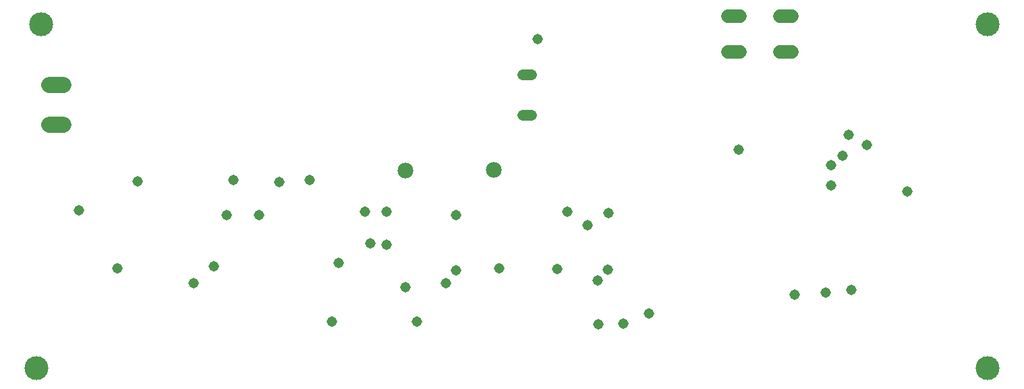
<source format=gbs>
G75*
%MOIN*%
%OFA0B0*%
%FSLAX25Y25*%
%IPPOS*%
%LPD*%
%AMOC8*
5,1,8,0,0,1.08239X$1,22.5*
%
%ADD10C,0.05200*%
%ADD11C,0.06800*%
%ADD12C,0.07850*%
%ADD13C,0.11824*%
%ADD14C,0.05156*%
%ADD15C,0.07800*%
D10*
X0256300Y0141000D02*
X0260700Y0141000D01*
X0260700Y0161000D02*
X0256300Y0161000D01*
D11*
X0357700Y0172100D02*
X0363700Y0172100D01*
X0383300Y0172100D02*
X0389300Y0172100D01*
X0389300Y0189900D02*
X0383300Y0189900D01*
X0363700Y0189900D02*
X0357700Y0189900D01*
D12*
X0029525Y0155843D02*
X0022475Y0155843D01*
X0022475Y0136157D02*
X0029525Y0136157D01*
D13*
X0016000Y0016000D03*
X0018500Y0186000D03*
X0486000Y0186000D03*
X0486000Y0016000D03*
D14*
X0418800Y0054400D03*
X0406100Y0053200D03*
X0390800Y0052200D03*
X0318700Y0042700D03*
X0306200Y0037800D03*
X0293700Y0037500D03*
X0293500Y0059200D03*
X0298500Y0064500D03*
X0273500Y0064800D03*
X0244700Y0065300D03*
X0223500Y0064300D03*
X0218500Y0058000D03*
X0198500Y0056000D03*
X0165500Y0067900D03*
X0181200Y0077500D03*
X0189200Y0077000D03*
X0223300Y0091600D03*
X0189200Y0093200D03*
X0178500Y0093200D03*
X0151000Y0108900D03*
X0136000Y0107700D03*
X0113300Y0108900D03*
X0110200Y0091500D03*
X0126200Y0091500D03*
X0103800Y0066200D03*
X0093600Y0057700D03*
X0056000Y0065300D03*
X0037000Y0093900D03*
X0066000Y0108100D03*
X0162000Y0038700D03*
X0204100Y0038700D03*
X0288400Y0086500D03*
X0298600Y0092600D03*
X0278500Y0093200D03*
X0363200Y0123800D03*
X0408600Y0116200D03*
X0414300Y0121000D03*
X0426400Y0126100D03*
X0417400Y0131100D03*
X0408700Y0106100D03*
X0446300Y0103200D03*
X0263800Y0178600D03*
D15*
X0242200Y0113800D03*
X0198500Y0113500D03*
M02*

</source>
